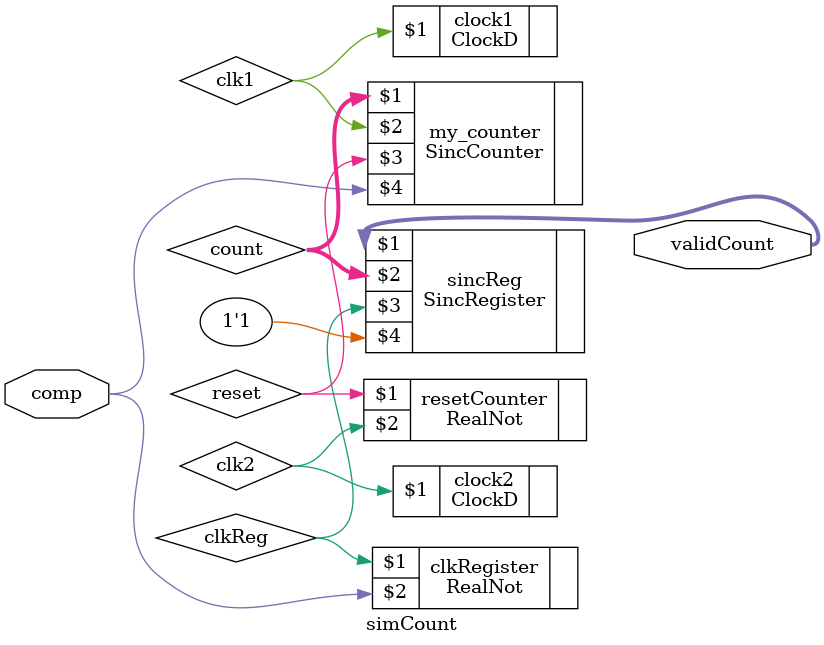
<source format=v>
`timescale 100ns / 100ns

/*  SIMULACION DEL MODULO CON EL CONTADOR:
      Funcionamiento: Mientras comp sea 1, el contador aumenta su valor. Cuando comp pasa a 0, se frena
        y el registro sincronico muestra el valor de la cuenta. 
      Recibe: Comp: salida del comparador de la triangular con el joysitick. comp=1 cuando joytick > triangular  
      Devuelve: validCount: valor que tiene el registro sincronico en todo momento  */

module simCount(validCount, comp);

  parameter PERIOD = 1e3, WIDTH = 7;

  input comp;
  output wire [WIDTH-1:0] validCount;  //aca estaran los valores finales de cada periodo. Valores que se pueden mostrar en el refresh

  // My signal definitions
  wire clk1, clk2;

  ClockD #( 
    .PERIOD(PERIOD) 
  ) clock1(clk1);  //clock del contador, 10kHz

  ClockD #( 
    .PERIOD(200*PERIOD), //este clock debe ser 200 veces mas lento que el otro, para contar de 0 a 99 y despues bajar 
    .FIRST(1) 
  ) clock2(clk2);     //clock con la frecuencia de la triangular(50Hz) resetea el contador, arranca en 1 (triangular en subida)

  wire[WIDTH - 1 :0] count; //aca se lleva la cuenta
  RealNot #( .DELAY(15) ) resetCounter(reset, clk2); //La NOT tiene un delay maximo de 15ns http://www.ti.com/lit/ds/symlink/sn54ls04-sp.pdf
  SincCounter #( .WIDTH(WIDTH) ) my_counter ( count, 
                                              clk1, 
                                              reset, //cuando la triangular esta en bajada (clk2 = 0) el contador se resetea.
                                              comp); //si el comparador ya tiene un valor valido (comp = 0), se deshabilita el contador

  wire clkReg;
  RealNot #( .DELAY(15) ) clkRegister(clkReg, comp); 
  SincRegister #( .WIDTH(WIDTH) ) sincReg( validCount,
                                           count,  //mostrara valores del contador
                                           clkReg, //cuando el comparador pase a 0 (la triangular paso al joystick) cambia su valor porque tiene una entrada valida
                                           1'b1 );    //nunca queremos que se resetee porque siempre debe tener valores validos para mostrar

endmodule
</source>
